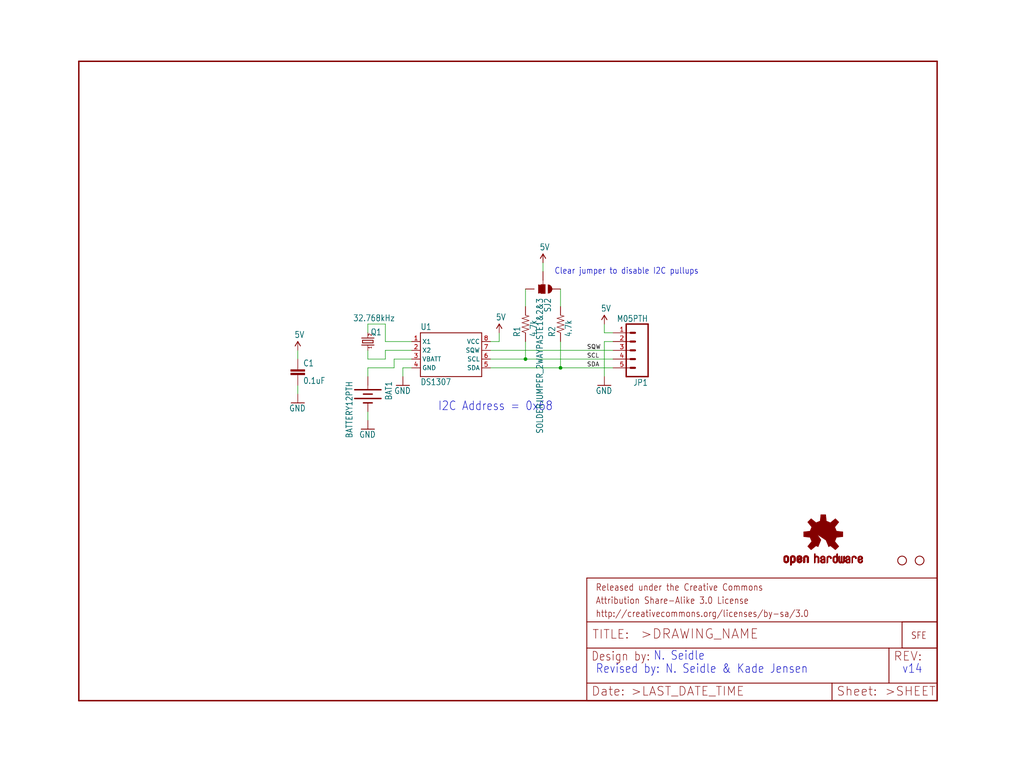
<source format=kicad_sch>
(kicad_sch (version 20211123) (generator eeschema)
  (paper "User" 297.002 223.926)
  (lib_symbols
    (symbol "eagleSchem-eagle-import:0.1UF-25V(+80{slash}-20%)(0603)"
      (property "Reference" "C" (at 1.524 2.921 0))
      (property "Value" "0.1UF-25V(+80{slash}-20%)(0603)" (at 1.524 -2.159 0))
      (symbol "0.1UF-25V(+80{slash}-20%)(0603)_1_0"
        (pin passive line (at 0 5.08 270) (length 2.54) (name "1") (number "1"))
        (pin passive line (at 0 -2.54 90) (length 2.54) (name "2") (number "2"))
      )
    )
    (symbol "eagleSchem-eagle-import:4.7KOHM1{slash}10W1%(0603)"
      (property "Reference" "R" (at -3.81 1.4986 0))
      (property "Value" "4.7KOHM1{slash}10W1%(0603)" (at -3.81 -3.302 0))
      (symbol "4.7KOHM1{slash}10W1%(0603)_1_0"
        (pin passive line (at -5.08 0 0) (length 2.54) (name "1") (number "1"))
        (pin passive line (at 5.08 0 180) (length 2.54) (name "2") (number "2"))
      )
    )
    (symbol "eagleSchem-eagle-import:5V" (power)
      (property "Value" "5V" (at -1.016 3.556 0))
      (symbol "5V_1_0"
        (pin power_in line (at 0 0 90) (length 2.54) (name "5V") (number "1"))
      )
    )
    (symbol "eagleSchem-eagle-import:BATTERY12PTH"
      (property "Reference" "BAT" (at -3.81 5.08 0))
      (property "Value" "BATTERY12PTH" (at -3.81 -6.35 0))
      (symbol "BATTERY12PTH_1_0"
        (pin power_in line (at 5.08 0 180) (length 2.54) (name "-") (number "GND"))
        (pin power_in line (at -5.08 0 0) (length 2.54) (name "+") (number "VCC@1"))
      )
    )
    (symbol "eagleSchem-eagle-import:CRYSTAL32-SMD"
      (property "Reference" "Y" (at 2.54 1.016 0))
      (property "Value" "CRYSTAL32-SMD" (at 2.54 -2.54 0))
      (symbol "CRYSTAL32-SMD_1_0"
        (text "1" (at -2.159 -1.143 0) (effects (font (size 0.8636 0.734)) (justify left bottom)))
        (text "2" (at 1.524 -1.143 0) (effects (font (size 0.8636 0.734)) (justify left bottom)))
        (pin passive line (at -2.54 0 0) (length 0) (name "1") (number "X1"))
        (pin passive line (at 2.54 0 180) (length 0) (name "2") (number "X2"))
      )
    )
    (symbol "eagleSchem-eagle-import:DS1307SO8-TIGHT"
      (property "Value" "DS1307SO8-TIGHT" (at -7.62 -10.16 0))
      (symbol "DS1307SO8-TIGHT_1_0"
        (pin bidirectional line (at -10.16 2.54 0) (length 2.54) (name "X1") (number "1"))
        (pin bidirectional line (at -10.16 0 0) (length 2.54) (name "X2") (number "2"))
        (pin bidirectional line (at -10.16 -2.54 0) (length 2.54) (name "VBATT") (number "3"))
        (pin bidirectional line (at -10.16 -5.08 0) (length 2.54) (name "GND") (number "4"))
        (pin bidirectional line (at 12.7 -5.08 180) (length 2.54) (name "SDA") (number "5"))
        (pin bidirectional line (at 12.7 -2.54 180) (length 2.54) (name "SCL") (number "6"))
        (pin bidirectional line (at 12.7 0 180) (length 2.54) (name "SQW") (number "7"))
        (pin bidirectional line (at 12.7 2.54 180) (length 2.54) (name "VCC") (number "8"))
      )
    )
    (symbol "eagleSchem-eagle-import:FRAME-LETTER"
      (symbol "FRAME-LETTER_2_0"
        (text ">DRAWING_NAME" (at 15.494 17.78 0) (effects (font (size 2.7432 2.7432)) (justify left bottom)))
        (text ">LAST_DATE_TIME" (at 12.7 1.27 0) (effects (font (size 2.54 2.54)) (justify left bottom)))
        (text ">SHEET" (at 86.36 1.27 0) (effects (font (size 2.54 2.54)) (justify left bottom)))
        (text "Attribution Share-Alike 3.0 License" (at 2.54 27.94 0) (effects (font (size 1.9304 1.6408)) (justify left bottom)))
        (text "Date:" (at 1.27 1.27 0) (effects (font (size 2.54 2.54)) (justify left bottom)))
        (text "Design by:" (at 1.27 11.43 0) (effects (font (size 2.54 2.159)) (justify left bottom)))
        (text "http://creativecommons.org/licenses/by-sa/3.0" (at 2.54 24.13 0) (effects (font (size 1.9304 1.6408)) (justify left bottom)))
        (text "Released under the Creative Commons" (at 2.54 31.75 0) (effects (font (size 1.9304 1.6408)) (justify left bottom)))
        (text "REV:" (at 88.9 11.43 0) (effects (font (size 2.54 2.54)) (justify left bottom)))
        (text "Sheet:" (at 72.39 1.27 0) (effects (font (size 2.54 2.54)) (justify left bottom)))
        (text "TITLE:" (at 1.524 17.78 0) (effects (font (size 2.54 2.54)) (justify left bottom)))
      )
    )
    (symbol "eagleSchem-eagle-import:GND" (power)
      (property "Value" "GND" (at -2.54 -2.54 0))
      (symbol "GND_1_0"
        (pin power_in line (at 0 2.54 270) (length 2.54) (name "GND") (number "1"))
      )
    )
    (symbol "eagleSchem-eagle-import:LOGO-SFESK"
      (symbol "LOGO-SFESK_1_0"
        (text "SFE" (at 0 0 0) (effects (font (size 1.9304 1.6408)) (justify left bottom)))
      )
    )
    (symbol "eagleSchem-eagle-import:M05PTH"
      (property "Reference" "JP" (at -2.54 8.382 0))
      (property "Value" "M05PTH" (at -2.54 -10.16 0))
      (symbol "M05PTH_1_0"
        (pin passive line (at 7.62 -5.08 180) (length 5.08) (name "1") (number "1"))
        (pin passive line (at 7.62 -2.54 180) (length 5.08) (name "2") (number "2"))
        (pin passive line (at 7.62 0 180) (length 5.08) (name "3") (number "3"))
        (pin passive line (at 7.62 2.54 180) (length 5.08) (name "4") (number "4"))
        (pin passive line (at 7.62 5.08 180) (length 5.08) (name "5") (number "5"))
      )
    )
    (symbol "eagleSchem-eagle-import:OSHW-LOGOS")
    (symbol "eagleSchem-eagle-import:SOLDERJUMPER_2WAYPASTE1&2&3"
      (property "Reference" "SJ" (at 2.54 0.381 0))
      (property "Value" "SOLDERJUMPER_2WAYPASTE1&2&3" (at 2.54 -1.905 0))
      (symbol "SOLDERJUMPER_2WAYPASTE1&2&3_1_0"
        (pin passive line (at 0 5.08 270) (length 2.54) (name "1") (number "1"))
        (pin passive line (at -5.08 0 0) (length 2.54) (name "2") (number "2"))
        (pin passive line (at 0 -5.08 90) (length 2.54) (name "3") (number "3"))
      )
    )
    (symbol "eagleSchem-eagle-import:STAND-OFF")
  )
  (junction (at 162.56 106.68))
  (junction (at 152.4 104.14))
  (wire (pts (xy 106.68 121.92) (xy 106.68 119.38)))
  (wire (pts (xy 111.76 93.98) (xy 106.68 93.98)))
  (wire (pts (xy 177.8 99.06) (xy 175.26 99.06)))
  (wire (pts (xy 144.78 99.06) (xy 144.78 96.52)))
  (wire (pts (xy 116.84 106.68) (xy 119.38 106.68)))
  (wire (pts (xy 114.3 104.14) (xy 114.3 106.68)))
  (wire (pts (xy 177.8 96.52) (xy 175.26 96.52)))
  (wire (pts (xy 142.24 99.06) (xy 144.78 99.06)))
  (wire (pts (xy 111.76 101.6) (xy 111.76 104.14)))
  (wire (pts (xy 152.4 83.82) (xy 152.4 88.9)))
  (wire (pts (xy 157.48 76.2) (xy 157.48 78.74)))
  (wire (pts (xy 114.3 106.68) (xy 106.68 106.68)))
  (wire (pts (xy 142.24 104.14) (xy 152.4 104.14)))
  (wire (pts (xy 106.68 106.68) (xy 106.68 109.22)))
  (wire (pts (xy 142.24 101.6) (xy 177.8 101.6)))
  (wire (pts (xy 152.4 104.14) (xy 177.8 104.14)))
  (wire (pts (xy 116.84 109.22) (xy 116.84 106.68)))
  (wire (pts (xy 86.36 114.3) (xy 86.36 111.76)))
  (wire (pts (xy 175.26 93.98) (xy 175.26 96.52)))
  (wire (pts (xy 142.24 106.68) (xy 162.56 106.68)))
  (wire (pts (xy 162.56 99.06) (xy 162.56 106.68)))
  (wire (pts (xy 175.26 99.06) (xy 175.26 109.22)))
  (wire (pts (xy 162.56 83.82) (xy 162.56 88.9)))
  (wire (pts (xy 162.56 106.68) (xy 177.8 106.68)))
  (wire (pts (xy 119.38 99.06) (xy 111.76 99.06)))
  (wire (pts (xy 119.38 104.14) (xy 114.3 104.14)))
  (wire (pts (xy 106.68 93.98) (xy 106.68 96.52)))
  (wire (pts (xy 111.76 99.06) (xy 111.76 93.98)))
  (wire (pts (xy 152.4 99.06) (xy 152.4 104.14)))
  (wire (pts (xy 106.68 104.14) (xy 106.68 101.6)))
  (wire (pts (xy 119.38 101.6) (xy 111.76 101.6)))
  (wire (pts (xy 86.36 101.6) (xy 86.36 104.14)))
  (wire (pts (xy 111.76 104.14) (xy 106.68 104.14)))
  (text "Revised by: N. Seidle & Kade Jensen" (at 172.72 195.58 180) (effects (font (size 2.54 2.159)) (justify left bottom)))
  (text "N. Seidle" (at 189.484 191.77 180) (effects (font (size 2.54 2.159)) (justify left bottom)))
  (text "v14" (at 261.62 195.58 180) (effects (font (size 2.54 2.159)) (justify left bottom)))
  (text "Clear jumper to disable I2C pullups" (at 160.782 79.756 180) (effects (font (size 1.778 1.5113)) (justify left bottom)))
  (text "I2C Address = 0x68" (at 127 119.38 180) (effects (font (size 2.54 2.159)) (justify left bottom)))
  (label "SCL" (at 170.18 104.14 0) (effects (font (size 1.2446 1.2446))))
  (label "SDA" (at 170.18 106.68 0) (effects (font (size 1.2446 1.2446))))
  (label "SQW" (at 170.18 101.6 0) (effects (font (size 1.2446 1.2446))))
  (symbol (lib_id "eagleSchem-eagle-import:STAND-OFF") (at 261.62 162.56 0) (unit 1)
    (property "Reference" "U$6" (effects hide))
    (property "Value" "STAND-OFF" (effects hide))
    (property "Footprint" "eagleSchem:STAND-OFF" (effects hide))
  )
  (symbol (lib_id "eagleSchem-eagle-import:5V") (at 175.26 93.98 0) (unit 1)
    (property "Reference" "#SUPPLY1" (effects hide))
    (property "Value" "5V" (at 174.244 90.424 0) (effects (font (size 1.778 1.5113)) (justify left bottom)))
    (property "Footprint" "eagleSchem:" (effects hide))
  )
  (symbol (lib_id "eagleSchem-eagle-import:GND") (at 106.68 124.46 0) (unit 1)
    (property "Reference" "#GND3" (effects hide))
    (property "Value" "GND" (at 104.14 127 0) (effects (font (size 1.778 1.5113)) (justify left bottom)))
    (property "Footprint" "eagleSchem:" (effects hide))
  )
  (symbol (lib_id "eagleSchem-eagle-import:SOLDERJUMPER_2WAYPASTE1&2&3") (at 157.48 83.82 270) (unit 1)
    (property "Reference" "SJ2" (at 157.861 86.36 0) (effects (font (size 1.778 1.5113)) (justify left bottom)))
    (property "Value" "SOLDERJUMPER_2WAYPASTE1&2&3" (at 155.575 86.36 0) (effects (font (size 1.778 1.5113)) (justify left bottom)))
    (property "Footprint" "eagleSchem:SJ_3_PASTE1&2&3" (effects hide))
  )
  (symbol (lib_id "eagleSchem-eagle-import:OSHW-LOGOS") (at 238.76 154.94 0) (unit 1)
    (property "Reference" "LOGO1" (effects hide))
    (property "Value" "OSHW-LOGOS" (effects hide))
    (property "Footprint" "eagleSchem:OSHW-LOGO-S" (effects hide))
  )
  (symbol (lib_id "eagleSchem-eagle-import:GND") (at 86.36 116.84 0) (unit 1)
    (property "Reference" "#GND2" (effects hide))
    (property "Value" "GND" (at 83.82 119.38 0) (effects (font (size 1.778 1.5113)) (justify left bottom)))
    (property "Footprint" "eagleSchem:" (effects hide))
  )
  (symbol (lib_id "eagleSchem-eagle-import:FRAME-LETTER") (at 170.18 203.2 0) (unit 2)
    (property "Reference" "FRAME2" (effects hide))
    (property "Value" "FRAME-LETTER" (effects hide))
    (property "Footprint" "eagleSchem:CREATIVE_COMMONS" (effects hide))
  )
  (symbol (lib_id "eagleSchem-eagle-import:BATTERY12PTH") (at 106.68 114.3 270) (unit 1)
    (property "Reference" "BAT1" (at 111.76 110.49 0) (effects (font (size 1.778 1.5113)) (justify left bottom)))
    (property "Value" "BATTERY12PTH" (at 100.33 110.49 0) (effects (font (size 1.778 1.5113)) (justify left bottom)))
    (property "Footprint" "eagleSchem:BATTCON_12MM_PTH" (effects hide))
  )
  (symbol (lib_id "eagleSchem-eagle-import:GND") (at 175.26 111.76 0) (unit 1)
    (property "Reference" "#GND4" (effects hide))
    (property "Value" "GND" (at 172.72 114.3 0) (effects (font (size 1.778 1.5113)) (justify left bottom)))
    (property "Footprint" "eagleSchem:" (effects hide))
  )
  (symbol (lib_id "eagleSchem-eagle-import:5V") (at 144.78 96.52 0) (unit 1)
    (property "Reference" "#SUPPLY2" (effects hide))
    (property "Value" "5V" (at 143.764 92.964 0) (effects (font (size 1.778 1.5113)) (justify left bottom)))
    (property "Footprint" "eagleSchem:" (effects hide))
  )
  (symbol (lib_id "eagleSchem-eagle-import:STAND-OFF") (at 266.7 162.56 0) (unit 1)
    (property "Reference" "U$7" (effects hide))
    (property "Value" "STAND-OFF" (effects hide))
    (property "Footprint" "eagleSchem:STAND-OFF" (effects hide))
  )
  (symbol (lib_id "eagleSchem-eagle-import:M05PTH") (at 185.42 101.6 180) (unit 1)
    (property "Reference" "JP1" (at 187.96 109.982 0) (effects (font (size 1.778 1.5113)) (justify left bottom)))
    (property "Value" "M05PTH" (at 187.96 91.44 0) (effects (font (size 1.778 1.5113)) (justify left bottom)))
    (property "Footprint" "eagleSchem:1X05" (effects hide))
  )
  (symbol (lib_id "eagleSchem-eagle-import:DS1307SO8-TIGHT") (at 129.54 101.6 0) (unit 1)
    (property "Reference" "U1" (at 121.92 95.758 0) (effects (font (size 1.778 1.5113)) (justify left bottom)))
    (property "Value" "DS1307" (at 121.92 111.76 0) (effects (font (size 1.778 1.5113)) (justify left bottom)))
    (property "Footprint" "eagleSchem:SO08-TIGHT" (effects hide))
  )
  (symbol (lib_id "eagleSchem-eagle-import:LOGO-SFESK") (at 264.16 185.42 0) (unit 1)
    (property "Reference" "U$2" (effects hide))
    (property "Value" "LOGO-SFESK" (effects hide))
    (property "Footprint" "eagleSchem:SFE-LOGO-FLAME" (effects hide))
  )
  (symbol (lib_id "eagleSchem-eagle-import:4.7KOHM1{slash}10W1%(0603)") (at 162.56 93.98 90) (unit 1)
    (property "Reference" "R2" (at 161.0614 97.79 0) (effects (font (size 1.778 1.5113)) (justify left bottom)))
    (property "Value" "4.7k" (at 165.862 97.79 0) (effects (font (size 1.778 1.5113)) (justify left bottom)))
    (property "Footprint" "eagleSchem:0603" (effects hide))
  )
  (symbol (lib_id "eagleSchem-eagle-import:4.7KOHM1{slash}10W1%(0603)") (at 152.4 93.98 90) (unit 1)
    (property "Reference" "R1" (at 150.9014 97.79 0) (effects (font (size 1.778 1.5113)) (justify left bottom)))
    (property "Value" "4.7k" (at 155.702 97.79 0) (effects (font (size 1.778 1.5113)) (justify left bottom)))
    (property "Footprint" "eagleSchem:0603" (effects hide))
  )
  (symbol (lib_id "eagleSchem-eagle-import:5V") (at 86.36 101.6 0) (unit 1)
    (property "Reference" "#SUPPLY4" (effects hide))
    (property "Value" "5V" (at 85.344 98.044 0) (effects (font (size 1.778 1.5113)) (justify left bottom)))
    (property "Footprint" "eagleSchem:" (effects hide))
  )
  (symbol (lib_id "eagleSchem-eagle-import:CRYSTAL32-SMD") (at 106.68 99.06 90) (unit 1)
    (property "Reference" "Q1" (at 107.442 97.282 90) (effects (font (size 1.778 1.5113)) (justify right top)))
    (property "Value" "32.768kHz" (at 102.362 93.218 90) (effects (font (size 1.778 1.5113)) (justify right top)))
    (property "Footprint" "eagleSchem:CRYSTAL-32KHZ-SMD" (effects hide))
  )
  (symbol (lib_id "eagleSchem-eagle-import:GND") (at 116.84 111.76 0) (unit 1)
    (property "Reference" "#GND1" (effects hide))
    (property "Value" "GND" (at 114.3 114.3 0) (effects (font (size 1.778 1.5113)) (justify left bottom)))
    (property "Footprint" "eagleSchem:" (effects hide))
  )
  (symbol (lib_id "eagleSchem-eagle-import:5V") (at 157.48 76.2 0) (unit 1)
    (property "Reference" "#SUPPLY3" (effects hide))
    (property "Value" "5V" (at 156.464 72.644 0) (effects (font (size 1.778 1.5113)) (justify left bottom)))
    (property "Footprint" "eagleSchem:" (effects hide))
  )
  (symbol (lib_id "eagleSchem-eagle-import:FRAME-LETTER") (at 22.86 203.2 0) (unit 1)
    (property "Reference" "FRAME2" (effects hide))
    (property "Value" "FRAME-LETTER" (effects hide))
    (property "Footprint" "eagleSchem:CREATIVE_COMMONS" (effects hide))
  )
  (symbol (lib_id "eagleSchem-eagle-import:0.1UF-25V(+80{slash}-20%)(0603)") (at 86.36 109.22 0) (unit 1)
    (property "Reference" "C1" (at 87.884 106.299 0) (effects (font (size 1.778 1.5113)) (justify left bottom)))
    (property "Value" "0.1uF" (at 87.884 111.379 0) (effects (font (size 1.778 1.5113)) (justify left bottom)))
    (property "Footprint" "eagleSchem:0603-CAP" (effects hide))
  )
)
</source>
